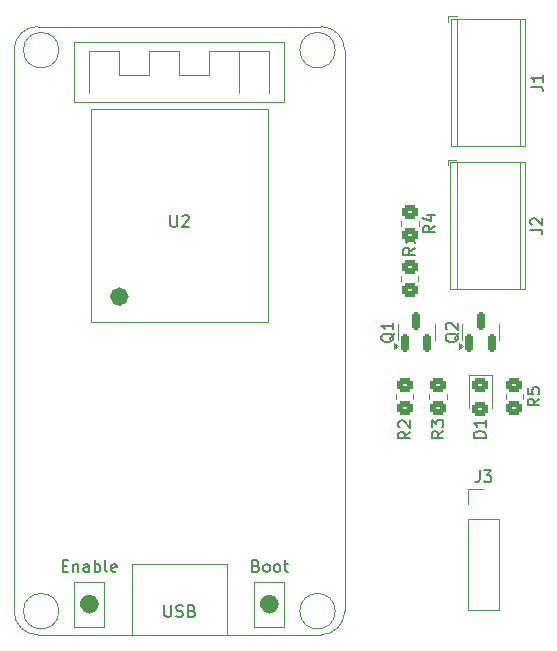
<source format=gto>
%TF.GenerationSoftware,KiCad,Pcbnew,7.0.11-7.0.11~ubuntu22.04.1*%
%TF.CreationDate,2024-03-24T21:47:42+11:00*%
%TF.ProjectId,esp32_pwm_fan,65737033-325f-4707-976d-5f66616e2e6b,rev?*%
%TF.SameCoordinates,Original*%
%TF.FileFunction,Legend,Top*%
%TF.FilePolarity,Positive*%
%FSLAX46Y46*%
G04 Gerber Fmt 4.6, Leading zero omitted, Abs format (unit mm)*
G04 Created by KiCad (PCBNEW 7.0.11-7.0.11~ubuntu22.04.1) date 2024-03-24 21:47:42*
%MOMM*%
%LPD*%
G01*
G04 APERTURE LIST*
G04 Aperture macros list*
%AMRoundRect*
0 Rectangle with rounded corners*
0 $1 Rounding radius*
0 $2 $3 $4 $5 $6 $7 $8 $9 X,Y pos of 4 corners*
0 Add a 4 corners polygon primitive as box body*
4,1,4,$2,$3,$4,$5,$6,$7,$8,$9,$2,$3,0*
0 Add four circle primitives for the rounded corners*
1,1,$1+$1,$2,$3*
1,1,$1+$1,$4,$5*
1,1,$1+$1,$6,$7*
1,1,$1+$1,$8,$9*
0 Add four rect primitives between the rounded corners*
20,1,$1+$1,$2,$3,$4,$5,0*
20,1,$1+$1,$4,$5,$6,$7,0*
20,1,$1+$1,$6,$7,$8,$9,0*
20,1,$1+$1,$8,$9,$2,$3,0*%
G04 Aperture macros list end*
%ADD10C,0.150000*%
%ADD11C,0.120000*%
%ADD12C,1.000000*%
%ADD13C,0.800000*%
%ADD14RoundRect,0.150000X0.150000X-0.587500X0.150000X0.587500X-0.150000X0.587500X-0.150000X-0.587500X0*%
%ADD15R,2.200000X2.200000*%
%ADD16C,2.200000*%
%ADD17R,1.524000X1.524000*%
%ADD18C,1.524000*%
%ADD19R,1.700000X1.700000*%
%ADD20O,1.700000X1.700000*%
%ADD21RoundRect,0.250000X-0.450000X0.350000X-0.450000X-0.350000X0.450000X-0.350000X0.450000X0.350000X0*%
%ADD22RoundRect,0.250000X0.450000X-0.350000X0.450000X0.350000X-0.450000X0.350000X-0.450000X-0.350000X0*%
%ADD23RoundRect,0.250000X-0.450000X0.325000X-0.450000X-0.325000X0.450000X-0.325000X0.450000X0.325000X0*%
G04 APERTURE END LIST*
D10*
X113675057Y-74957738D02*
X113627438Y-75052976D01*
X113627438Y-75052976D02*
X113532200Y-75148214D01*
X113532200Y-75148214D02*
X113389342Y-75291071D01*
X113389342Y-75291071D02*
X113341723Y-75386309D01*
X113341723Y-75386309D02*
X113341723Y-75481547D01*
X113579819Y-75433928D02*
X113532200Y-75529166D01*
X113532200Y-75529166D02*
X113436961Y-75624404D01*
X113436961Y-75624404D02*
X113246485Y-75672023D01*
X113246485Y-75672023D02*
X112913152Y-75672023D01*
X112913152Y-75672023D02*
X112722676Y-75624404D01*
X112722676Y-75624404D02*
X112627438Y-75529166D01*
X112627438Y-75529166D02*
X112579819Y-75433928D01*
X112579819Y-75433928D02*
X112579819Y-75243452D01*
X112579819Y-75243452D02*
X112627438Y-75148214D01*
X112627438Y-75148214D02*
X112722676Y-75052976D01*
X112722676Y-75052976D02*
X112913152Y-75005357D01*
X112913152Y-75005357D02*
X113246485Y-75005357D01*
X113246485Y-75005357D02*
X113436961Y-75052976D01*
X113436961Y-75052976D02*
X113532200Y-75148214D01*
X113532200Y-75148214D02*
X113579819Y-75243452D01*
X113579819Y-75243452D02*
X113579819Y-75433928D01*
X112675057Y-74624404D02*
X112627438Y-74576785D01*
X112627438Y-74576785D02*
X112579819Y-74481547D01*
X112579819Y-74481547D02*
X112579819Y-74243452D01*
X112579819Y-74243452D02*
X112627438Y-74148214D01*
X112627438Y-74148214D02*
X112675057Y-74100595D01*
X112675057Y-74100595D02*
X112770295Y-74052976D01*
X112770295Y-74052976D02*
X112865533Y-74052976D01*
X112865533Y-74052976D02*
X113008390Y-74100595D01*
X113008390Y-74100595D02*
X113579819Y-74672023D01*
X113579819Y-74672023D02*
X113579819Y-74052976D01*
X119784819Y-54073333D02*
X120499104Y-54073333D01*
X120499104Y-54073333D02*
X120641961Y-54120952D01*
X120641961Y-54120952D02*
X120737200Y-54216190D01*
X120737200Y-54216190D02*
X120784819Y-54359047D01*
X120784819Y-54359047D02*
X120784819Y-54454285D01*
X120784819Y-53073333D02*
X120784819Y-53644761D01*
X120784819Y-53359047D02*
X119784819Y-53359047D01*
X119784819Y-53359047D02*
X119927676Y-53454285D01*
X119927676Y-53454285D02*
X120022914Y-53549523D01*
X120022914Y-53549523D02*
X120070533Y-53644761D01*
X89263095Y-64949819D02*
X89263095Y-65759342D01*
X89263095Y-65759342D02*
X89310714Y-65854580D01*
X89310714Y-65854580D02*
X89358333Y-65902200D01*
X89358333Y-65902200D02*
X89453571Y-65949819D01*
X89453571Y-65949819D02*
X89644047Y-65949819D01*
X89644047Y-65949819D02*
X89739285Y-65902200D01*
X89739285Y-65902200D02*
X89786904Y-65854580D01*
X89786904Y-65854580D02*
X89834523Y-65759342D01*
X89834523Y-65759342D02*
X89834523Y-64949819D01*
X90263095Y-65045057D02*
X90310714Y-64997438D01*
X90310714Y-64997438D02*
X90405952Y-64949819D01*
X90405952Y-64949819D02*
X90644047Y-64949819D01*
X90644047Y-64949819D02*
X90739285Y-64997438D01*
X90739285Y-64997438D02*
X90786904Y-65045057D01*
X90786904Y-65045057D02*
X90834523Y-65140295D01*
X90834523Y-65140295D02*
X90834523Y-65235533D01*
X90834523Y-65235533D02*
X90786904Y-65378390D01*
X90786904Y-65378390D02*
X90215476Y-65949819D01*
X90215476Y-65949819D02*
X90834523Y-65949819D01*
X88763095Y-97969819D02*
X88763095Y-98779342D01*
X88763095Y-98779342D02*
X88810714Y-98874580D01*
X88810714Y-98874580D02*
X88858333Y-98922200D01*
X88858333Y-98922200D02*
X88953571Y-98969819D01*
X88953571Y-98969819D02*
X89144047Y-98969819D01*
X89144047Y-98969819D02*
X89239285Y-98922200D01*
X89239285Y-98922200D02*
X89286904Y-98874580D01*
X89286904Y-98874580D02*
X89334523Y-98779342D01*
X89334523Y-98779342D02*
X89334523Y-97969819D01*
X89763095Y-98922200D02*
X89905952Y-98969819D01*
X89905952Y-98969819D02*
X90144047Y-98969819D01*
X90144047Y-98969819D02*
X90239285Y-98922200D01*
X90239285Y-98922200D02*
X90286904Y-98874580D01*
X90286904Y-98874580D02*
X90334523Y-98779342D01*
X90334523Y-98779342D02*
X90334523Y-98684104D01*
X90334523Y-98684104D02*
X90286904Y-98588866D01*
X90286904Y-98588866D02*
X90239285Y-98541247D01*
X90239285Y-98541247D02*
X90144047Y-98493628D01*
X90144047Y-98493628D02*
X89953571Y-98446009D01*
X89953571Y-98446009D02*
X89858333Y-98398390D01*
X89858333Y-98398390D02*
X89810714Y-98350771D01*
X89810714Y-98350771D02*
X89763095Y-98255533D01*
X89763095Y-98255533D02*
X89763095Y-98160295D01*
X89763095Y-98160295D02*
X89810714Y-98065057D01*
X89810714Y-98065057D02*
X89858333Y-98017438D01*
X89858333Y-98017438D02*
X89953571Y-97969819D01*
X89953571Y-97969819D02*
X90191666Y-97969819D01*
X90191666Y-97969819D02*
X90334523Y-98017438D01*
X91096428Y-98446009D02*
X91239285Y-98493628D01*
X91239285Y-98493628D02*
X91286904Y-98541247D01*
X91286904Y-98541247D02*
X91334523Y-98636485D01*
X91334523Y-98636485D02*
X91334523Y-98779342D01*
X91334523Y-98779342D02*
X91286904Y-98874580D01*
X91286904Y-98874580D02*
X91239285Y-98922200D01*
X91239285Y-98922200D02*
X91144047Y-98969819D01*
X91144047Y-98969819D02*
X90763095Y-98969819D01*
X90763095Y-98969819D02*
X90763095Y-97969819D01*
X90763095Y-97969819D02*
X91096428Y-97969819D01*
X91096428Y-97969819D02*
X91191666Y-98017438D01*
X91191666Y-98017438D02*
X91239285Y-98065057D01*
X91239285Y-98065057D02*
X91286904Y-98160295D01*
X91286904Y-98160295D02*
X91286904Y-98255533D01*
X91286904Y-98255533D02*
X91239285Y-98350771D01*
X91239285Y-98350771D02*
X91191666Y-98398390D01*
X91191666Y-98398390D02*
X91096428Y-98446009D01*
X91096428Y-98446009D02*
X90763095Y-98446009D01*
X80143095Y-94636009D02*
X80476428Y-94636009D01*
X80619285Y-95159819D02*
X80143095Y-95159819D01*
X80143095Y-95159819D02*
X80143095Y-94159819D01*
X80143095Y-94159819D02*
X80619285Y-94159819D01*
X81047857Y-94493152D02*
X81047857Y-95159819D01*
X81047857Y-94588390D02*
X81095476Y-94540771D01*
X81095476Y-94540771D02*
X81190714Y-94493152D01*
X81190714Y-94493152D02*
X81333571Y-94493152D01*
X81333571Y-94493152D02*
X81428809Y-94540771D01*
X81428809Y-94540771D02*
X81476428Y-94636009D01*
X81476428Y-94636009D02*
X81476428Y-95159819D01*
X82381190Y-95159819D02*
X82381190Y-94636009D01*
X82381190Y-94636009D02*
X82333571Y-94540771D01*
X82333571Y-94540771D02*
X82238333Y-94493152D01*
X82238333Y-94493152D02*
X82047857Y-94493152D01*
X82047857Y-94493152D02*
X81952619Y-94540771D01*
X82381190Y-95112200D02*
X82285952Y-95159819D01*
X82285952Y-95159819D02*
X82047857Y-95159819D01*
X82047857Y-95159819D02*
X81952619Y-95112200D01*
X81952619Y-95112200D02*
X81905000Y-95016961D01*
X81905000Y-95016961D02*
X81905000Y-94921723D01*
X81905000Y-94921723D02*
X81952619Y-94826485D01*
X81952619Y-94826485D02*
X82047857Y-94778866D01*
X82047857Y-94778866D02*
X82285952Y-94778866D01*
X82285952Y-94778866D02*
X82381190Y-94731247D01*
X82857381Y-95159819D02*
X82857381Y-94159819D01*
X82857381Y-94540771D02*
X82952619Y-94493152D01*
X82952619Y-94493152D02*
X83143095Y-94493152D01*
X83143095Y-94493152D02*
X83238333Y-94540771D01*
X83238333Y-94540771D02*
X83285952Y-94588390D01*
X83285952Y-94588390D02*
X83333571Y-94683628D01*
X83333571Y-94683628D02*
X83333571Y-94969342D01*
X83333571Y-94969342D02*
X83285952Y-95064580D01*
X83285952Y-95064580D02*
X83238333Y-95112200D01*
X83238333Y-95112200D02*
X83143095Y-95159819D01*
X83143095Y-95159819D02*
X82952619Y-95159819D01*
X82952619Y-95159819D02*
X82857381Y-95112200D01*
X83905000Y-95159819D02*
X83809762Y-95112200D01*
X83809762Y-95112200D02*
X83762143Y-95016961D01*
X83762143Y-95016961D02*
X83762143Y-94159819D01*
X84666905Y-95112200D02*
X84571667Y-95159819D01*
X84571667Y-95159819D02*
X84381191Y-95159819D01*
X84381191Y-95159819D02*
X84285953Y-95112200D01*
X84285953Y-95112200D02*
X84238334Y-95016961D01*
X84238334Y-95016961D02*
X84238334Y-94636009D01*
X84238334Y-94636009D02*
X84285953Y-94540771D01*
X84285953Y-94540771D02*
X84381191Y-94493152D01*
X84381191Y-94493152D02*
X84571667Y-94493152D01*
X84571667Y-94493152D02*
X84666905Y-94540771D01*
X84666905Y-94540771D02*
X84714524Y-94636009D01*
X84714524Y-94636009D02*
X84714524Y-94731247D01*
X84714524Y-94731247D02*
X84238334Y-94826485D01*
X96525952Y-94636009D02*
X96668809Y-94683628D01*
X96668809Y-94683628D02*
X96716428Y-94731247D01*
X96716428Y-94731247D02*
X96764047Y-94826485D01*
X96764047Y-94826485D02*
X96764047Y-94969342D01*
X96764047Y-94969342D02*
X96716428Y-95064580D01*
X96716428Y-95064580D02*
X96668809Y-95112200D01*
X96668809Y-95112200D02*
X96573571Y-95159819D01*
X96573571Y-95159819D02*
X96192619Y-95159819D01*
X96192619Y-95159819D02*
X96192619Y-94159819D01*
X96192619Y-94159819D02*
X96525952Y-94159819D01*
X96525952Y-94159819D02*
X96621190Y-94207438D01*
X96621190Y-94207438D02*
X96668809Y-94255057D01*
X96668809Y-94255057D02*
X96716428Y-94350295D01*
X96716428Y-94350295D02*
X96716428Y-94445533D01*
X96716428Y-94445533D02*
X96668809Y-94540771D01*
X96668809Y-94540771D02*
X96621190Y-94588390D01*
X96621190Y-94588390D02*
X96525952Y-94636009D01*
X96525952Y-94636009D02*
X96192619Y-94636009D01*
X97335476Y-95159819D02*
X97240238Y-95112200D01*
X97240238Y-95112200D02*
X97192619Y-95064580D01*
X97192619Y-95064580D02*
X97145000Y-94969342D01*
X97145000Y-94969342D02*
X97145000Y-94683628D01*
X97145000Y-94683628D02*
X97192619Y-94588390D01*
X97192619Y-94588390D02*
X97240238Y-94540771D01*
X97240238Y-94540771D02*
X97335476Y-94493152D01*
X97335476Y-94493152D02*
X97478333Y-94493152D01*
X97478333Y-94493152D02*
X97573571Y-94540771D01*
X97573571Y-94540771D02*
X97621190Y-94588390D01*
X97621190Y-94588390D02*
X97668809Y-94683628D01*
X97668809Y-94683628D02*
X97668809Y-94969342D01*
X97668809Y-94969342D02*
X97621190Y-95064580D01*
X97621190Y-95064580D02*
X97573571Y-95112200D01*
X97573571Y-95112200D02*
X97478333Y-95159819D01*
X97478333Y-95159819D02*
X97335476Y-95159819D01*
X98240238Y-95159819D02*
X98145000Y-95112200D01*
X98145000Y-95112200D02*
X98097381Y-95064580D01*
X98097381Y-95064580D02*
X98049762Y-94969342D01*
X98049762Y-94969342D02*
X98049762Y-94683628D01*
X98049762Y-94683628D02*
X98097381Y-94588390D01*
X98097381Y-94588390D02*
X98145000Y-94540771D01*
X98145000Y-94540771D02*
X98240238Y-94493152D01*
X98240238Y-94493152D02*
X98383095Y-94493152D01*
X98383095Y-94493152D02*
X98478333Y-94540771D01*
X98478333Y-94540771D02*
X98525952Y-94588390D01*
X98525952Y-94588390D02*
X98573571Y-94683628D01*
X98573571Y-94683628D02*
X98573571Y-94969342D01*
X98573571Y-94969342D02*
X98525952Y-95064580D01*
X98525952Y-95064580D02*
X98478333Y-95112200D01*
X98478333Y-95112200D02*
X98383095Y-95159819D01*
X98383095Y-95159819D02*
X98240238Y-95159819D01*
X98859286Y-94493152D02*
X99240238Y-94493152D01*
X99002143Y-94159819D02*
X99002143Y-95016961D01*
X99002143Y-95016961D02*
X99049762Y-95112200D01*
X99049762Y-95112200D02*
X99145000Y-95159819D01*
X99145000Y-95159819D02*
X99240238Y-95159819D01*
X115441666Y-86574819D02*
X115441666Y-87289104D01*
X115441666Y-87289104D02*
X115394047Y-87431961D01*
X115394047Y-87431961D02*
X115298809Y-87527200D01*
X115298809Y-87527200D02*
X115155952Y-87574819D01*
X115155952Y-87574819D02*
X115060714Y-87574819D01*
X115822619Y-86574819D02*
X116441666Y-86574819D01*
X116441666Y-86574819D02*
X116108333Y-86955771D01*
X116108333Y-86955771D02*
X116251190Y-86955771D01*
X116251190Y-86955771D02*
X116346428Y-87003390D01*
X116346428Y-87003390D02*
X116394047Y-87051009D01*
X116394047Y-87051009D02*
X116441666Y-87146247D01*
X116441666Y-87146247D02*
X116441666Y-87384342D01*
X116441666Y-87384342D02*
X116394047Y-87479580D01*
X116394047Y-87479580D02*
X116346428Y-87527200D01*
X116346428Y-87527200D02*
X116251190Y-87574819D01*
X116251190Y-87574819D02*
X115965476Y-87574819D01*
X115965476Y-87574819D02*
X115870238Y-87527200D01*
X115870238Y-87527200D02*
X115822619Y-87479580D01*
X120504819Y-80491666D02*
X120028628Y-80824999D01*
X120504819Y-81063094D02*
X119504819Y-81063094D01*
X119504819Y-81063094D02*
X119504819Y-80682142D01*
X119504819Y-80682142D02*
X119552438Y-80586904D01*
X119552438Y-80586904D02*
X119600057Y-80539285D01*
X119600057Y-80539285D02*
X119695295Y-80491666D01*
X119695295Y-80491666D02*
X119838152Y-80491666D01*
X119838152Y-80491666D02*
X119933390Y-80539285D01*
X119933390Y-80539285D02*
X119981009Y-80586904D01*
X119981009Y-80586904D02*
X120028628Y-80682142D01*
X120028628Y-80682142D02*
X120028628Y-81063094D01*
X119504819Y-79586904D02*
X119504819Y-80063094D01*
X119504819Y-80063094D02*
X119981009Y-80110713D01*
X119981009Y-80110713D02*
X119933390Y-80063094D01*
X119933390Y-80063094D02*
X119885771Y-79967856D01*
X119885771Y-79967856D02*
X119885771Y-79729761D01*
X119885771Y-79729761D02*
X119933390Y-79634523D01*
X119933390Y-79634523D02*
X119981009Y-79586904D01*
X119981009Y-79586904D02*
X120076247Y-79539285D01*
X120076247Y-79539285D02*
X120314342Y-79539285D01*
X120314342Y-79539285D02*
X120409580Y-79586904D01*
X120409580Y-79586904D02*
X120457200Y-79634523D01*
X120457200Y-79634523D02*
X120504819Y-79729761D01*
X120504819Y-79729761D02*
X120504819Y-79967856D01*
X120504819Y-79967856D02*
X120457200Y-80063094D01*
X120457200Y-80063094D02*
X120409580Y-80110713D01*
X109579819Y-83291666D02*
X109103628Y-83624999D01*
X109579819Y-83863094D02*
X108579819Y-83863094D01*
X108579819Y-83863094D02*
X108579819Y-83482142D01*
X108579819Y-83482142D02*
X108627438Y-83386904D01*
X108627438Y-83386904D02*
X108675057Y-83339285D01*
X108675057Y-83339285D02*
X108770295Y-83291666D01*
X108770295Y-83291666D02*
X108913152Y-83291666D01*
X108913152Y-83291666D02*
X109008390Y-83339285D01*
X109008390Y-83339285D02*
X109056009Y-83386904D01*
X109056009Y-83386904D02*
X109103628Y-83482142D01*
X109103628Y-83482142D02*
X109103628Y-83863094D01*
X108675057Y-82910713D02*
X108627438Y-82863094D01*
X108627438Y-82863094D02*
X108579819Y-82767856D01*
X108579819Y-82767856D02*
X108579819Y-82529761D01*
X108579819Y-82529761D02*
X108627438Y-82434523D01*
X108627438Y-82434523D02*
X108675057Y-82386904D01*
X108675057Y-82386904D02*
X108770295Y-82339285D01*
X108770295Y-82339285D02*
X108865533Y-82339285D01*
X108865533Y-82339285D02*
X109008390Y-82386904D01*
X109008390Y-82386904D02*
X109579819Y-82958332D01*
X109579819Y-82958332D02*
X109579819Y-82339285D01*
X109979819Y-67716666D02*
X109503628Y-68049999D01*
X109979819Y-68288094D02*
X108979819Y-68288094D01*
X108979819Y-68288094D02*
X108979819Y-67907142D01*
X108979819Y-67907142D02*
X109027438Y-67811904D01*
X109027438Y-67811904D02*
X109075057Y-67764285D01*
X109075057Y-67764285D02*
X109170295Y-67716666D01*
X109170295Y-67716666D02*
X109313152Y-67716666D01*
X109313152Y-67716666D02*
X109408390Y-67764285D01*
X109408390Y-67764285D02*
X109456009Y-67811904D01*
X109456009Y-67811904D02*
X109503628Y-67907142D01*
X109503628Y-67907142D02*
X109503628Y-68288094D01*
X109979819Y-66764285D02*
X109979819Y-67335713D01*
X109979819Y-67049999D02*
X108979819Y-67049999D01*
X108979819Y-67049999D02*
X109122676Y-67145237D01*
X109122676Y-67145237D02*
X109217914Y-67240475D01*
X109217914Y-67240475D02*
X109265533Y-67335713D01*
X108225057Y-74957738D02*
X108177438Y-75052976D01*
X108177438Y-75052976D02*
X108082200Y-75148214D01*
X108082200Y-75148214D02*
X107939342Y-75291071D01*
X107939342Y-75291071D02*
X107891723Y-75386309D01*
X107891723Y-75386309D02*
X107891723Y-75481547D01*
X108129819Y-75433928D02*
X108082200Y-75529166D01*
X108082200Y-75529166D02*
X107986961Y-75624404D01*
X107986961Y-75624404D02*
X107796485Y-75672023D01*
X107796485Y-75672023D02*
X107463152Y-75672023D01*
X107463152Y-75672023D02*
X107272676Y-75624404D01*
X107272676Y-75624404D02*
X107177438Y-75529166D01*
X107177438Y-75529166D02*
X107129819Y-75433928D01*
X107129819Y-75433928D02*
X107129819Y-75243452D01*
X107129819Y-75243452D02*
X107177438Y-75148214D01*
X107177438Y-75148214D02*
X107272676Y-75052976D01*
X107272676Y-75052976D02*
X107463152Y-75005357D01*
X107463152Y-75005357D02*
X107796485Y-75005357D01*
X107796485Y-75005357D02*
X107986961Y-75052976D01*
X107986961Y-75052976D02*
X108082200Y-75148214D01*
X108082200Y-75148214D02*
X108129819Y-75243452D01*
X108129819Y-75243452D02*
X108129819Y-75433928D01*
X108129819Y-74052976D02*
X108129819Y-74624404D01*
X108129819Y-74338690D02*
X107129819Y-74338690D01*
X107129819Y-74338690D02*
X107272676Y-74433928D01*
X107272676Y-74433928D02*
X107367914Y-74529166D01*
X107367914Y-74529166D02*
X107415533Y-74624404D01*
X119754819Y-66193333D02*
X120469104Y-66193333D01*
X120469104Y-66193333D02*
X120611961Y-66240952D01*
X120611961Y-66240952D02*
X120707200Y-66336190D01*
X120707200Y-66336190D02*
X120754819Y-66479047D01*
X120754819Y-66479047D02*
X120754819Y-66574285D01*
X119850057Y-65764761D02*
X119802438Y-65717142D01*
X119802438Y-65717142D02*
X119754819Y-65621904D01*
X119754819Y-65621904D02*
X119754819Y-65383809D01*
X119754819Y-65383809D02*
X119802438Y-65288571D01*
X119802438Y-65288571D02*
X119850057Y-65240952D01*
X119850057Y-65240952D02*
X119945295Y-65193333D01*
X119945295Y-65193333D02*
X120040533Y-65193333D01*
X120040533Y-65193333D02*
X120183390Y-65240952D01*
X120183390Y-65240952D02*
X120754819Y-65812380D01*
X120754819Y-65812380D02*
X120754819Y-65193333D01*
X111654819Y-65841666D02*
X111178628Y-66174999D01*
X111654819Y-66413094D02*
X110654819Y-66413094D01*
X110654819Y-66413094D02*
X110654819Y-66032142D01*
X110654819Y-66032142D02*
X110702438Y-65936904D01*
X110702438Y-65936904D02*
X110750057Y-65889285D01*
X110750057Y-65889285D02*
X110845295Y-65841666D01*
X110845295Y-65841666D02*
X110988152Y-65841666D01*
X110988152Y-65841666D02*
X111083390Y-65889285D01*
X111083390Y-65889285D02*
X111131009Y-65936904D01*
X111131009Y-65936904D02*
X111178628Y-66032142D01*
X111178628Y-66032142D02*
X111178628Y-66413094D01*
X110988152Y-64984523D02*
X111654819Y-64984523D01*
X110607200Y-65222618D02*
X111321485Y-65460713D01*
X111321485Y-65460713D02*
X111321485Y-64841666D01*
X115954819Y-83813094D02*
X114954819Y-83813094D01*
X114954819Y-83813094D02*
X114954819Y-83574999D01*
X114954819Y-83574999D02*
X115002438Y-83432142D01*
X115002438Y-83432142D02*
X115097676Y-83336904D01*
X115097676Y-83336904D02*
X115192914Y-83289285D01*
X115192914Y-83289285D02*
X115383390Y-83241666D01*
X115383390Y-83241666D02*
X115526247Y-83241666D01*
X115526247Y-83241666D02*
X115716723Y-83289285D01*
X115716723Y-83289285D02*
X115811961Y-83336904D01*
X115811961Y-83336904D02*
X115907200Y-83432142D01*
X115907200Y-83432142D02*
X115954819Y-83574999D01*
X115954819Y-83574999D02*
X115954819Y-83813094D01*
X115954819Y-82289285D02*
X115954819Y-82860713D01*
X115954819Y-82574999D02*
X114954819Y-82574999D01*
X114954819Y-82574999D02*
X115097676Y-82670237D01*
X115097676Y-82670237D02*
X115192914Y-82765475D01*
X115192914Y-82765475D02*
X115240533Y-82860713D01*
X112379819Y-83241666D02*
X111903628Y-83574999D01*
X112379819Y-83813094D02*
X111379819Y-83813094D01*
X111379819Y-83813094D02*
X111379819Y-83432142D01*
X111379819Y-83432142D02*
X111427438Y-83336904D01*
X111427438Y-83336904D02*
X111475057Y-83289285D01*
X111475057Y-83289285D02*
X111570295Y-83241666D01*
X111570295Y-83241666D02*
X111713152Y-83241666D01*
X111713152Y-83241666D02*
X111808390Y-83289285D01*
X111808390Y-83289285D02*
X111856009Y-83336904D01*
X111856009Y-83336904D02*
X111903628Y-83432142D01*
X111903628Y-83432142D02*
X111903628Y-83813094D01*
X111379819Y-82908332D02*
X111379819Y-82289285D01*
X111379819Y-82289285D02*
X111760771Y-82622618D01*
X111760771Y-82622618D02*
X111760771Y-82479761D01*
X111760771Y-82479761D02*
X111808390Y-82384523D01*
X111808390Y-82384523D02*
X111856009Y-82336904D01*
X111856009Y-82336904D02*
X111951247Y-82289285D01*
X111951247Y-82289285D02*
X112189342Y-82289285D01*
X112189342Y-82289285D02*
X112284580Y-82336904D01*
X112284580Y-82336904D02*
X112332200Y-82384523D01*
X112332200Y-82384523D02*
X112379819Y-82479761D01*
X112379819Y-82479761D02*
X112379819Y-82765475D01*
X112379819Y-82765475D02*
X112332200Y-82860713D01*
X112332200Y-82860713D02*
X112284580Y-82908332D01*
D11*
%TO.C,Q2*%
X113965000Y-74862500D02*
X113965000Y-75512500D01*
X113965000Y-74862500D02*
X113965000Y-74212500D01*
X117085000Y-74862500D02*
X117085000Y-75512500D01*
X117085000Y-74862500D02*
X117085000Y-74212500D01*
X114015000Y-76025000D02*
X113685000Y-76265000D01*
X113685000Y-75785000D01*
X114015000Y-76025000D01*
G36*
X114015000Y-76025000D02*
G01*
X113685000Y-76265000D01*
X113685000Y-75785000D01*
X114015000Y-76025000D01*
G37*
%TO.C,J1*%
X113510000Y-48130000D02*
X112770000Y-48130000D01*
X112770000Y-48130000D02*
X112770000Y-48630000D01*
X119330000Y-48370000D02*
X113010000Y-48370000D01*
X119330000Y-48370000D02*
X119330000Y-59110000D01*
X118870000Y-48370000D02*
X118870000Y-59110000D01*
X113570000Y-48370000D02*
X113570000Y-59110000D01*
X113010000Y-48370000D02*
X113010000Y-59110000D01*
X119330000Y-59110000D02*
X113010000Y-59110000D01*
%TO.C,U2*%
X76025000Y-50985000D02*
X76025000Y-98485000D01*
X78025000Y-48985000D02*
X102025000Y-48985000D01*
X78025000Y-100485000D02*
X102025000Y-100485000D01*
X81135000Y-50255000D02*
X98915000Y-50255000D01*
X81135000Y-55335000D02*
X81135000Y-50255000D01*
X81135000Y-95975000D02*
X83675000Y-95975000D01*
X81135000Y-99785000D02*
X81135000Y-95975000D01*
X82405000Y-51017000D02*
X84945000Y-51017000D01*
X82405000Y-54573000D02*
X82405000Y-51017000D01*
X82525000Y-55985000D02*
X97525000Y-55985000D01*
X82525000Y-73985000D02*
X82525000Y-55985000D01*
X83675000Y-95975000D02*
X83675000Y-99785000D01*
X83675000Y-99785000D02*
X81135000Y-99785000D01*
X84945000Y-51017000D02*
X84945000Y-53049000D01*
X84945000Y-53049000D02*
X87485000Y-53049000D01*
X86025000Y-94485000D02*
X86025000Y-100485000D01*
X86025000Y-94485000D02*
X94025000Y-94485000D01*
X87485000Y-51017000D02*
X90025000Y-51017000D01*
X87485000Y-53049000D02*
X87485000Y-51017000D01*
X90025000Y-51017000D02*
X90025000Y-53049000D01*
X90025000Y-53049000D02*
X92565000Y-53049000D01*
X92565000Y-51017000D02*
X97645000Y-51017000D01*
X92565000Y-53049000D02*
X92565000Y-51017000D01*
X94025000Y-94485000D02*
X94025000Y-100485000D01*
X95105000Y-51017000D02*
X95105000Y-54573000D01*
X96375000Y-95975000D02*
X98915000Y-95975000D01*
X96375000Y-99785000D02*
X96375000Y-95975000D01*
X97525000Y-55985000D02*
X97525000Y-73985000D01*
X97525000Y-73985000D02*
X82525000Y-73985000D01*
X97645000Y-51017000D02*
X97645000Y-54573000D01*
X98915000Y-50255000D02*
X98915000Y-55335000D01*
X98915000Y-55335000D02*
X81135000Y-55335000D01*
X98915000Y-95975000D02*
X98915000Y-99785000D01*
X98915000Y-99785000D02*
X96375000Y-99785000D01*
X104025000Y-98485000D02*
X104025000Y-50985000D01*
X78025000Y-48985000D02*
G75*
G03*
X76025000Y-50985000I-1J-1999999D01*
G01*
X76025000Y-98485000D02*
G75*
G03*
X78025000Y-100485000I1999999J-1D01*
G01*
X104025000Y-50985000D02*
G75*
G03*
X102025000Y-48985000I-2000000J0D01*
G01*
X102025000Y-100485000D02*
G75*
G03*
X104025000Y-98485000I0J2000000D01*
G01*
X79825000Y-50985000D02*
G75*
G03*
X76825000Y-50985000I-1500000J0D01*
G01*
X76825000Y-50985000D02*
G75*
G03*
X79825000Y-50985000I1500000J0D01*
G01*
X79825000Y-98485000D02*
G75*
G03*
X76825000Y-98485000I-1500000J0D01*
G01*
X76825000Y-98485000D02*
G75*
G03*
X79825000Y-98485000I1500000J0D01*
G01*
D12*
X82705000Y-97880000D02*
G75*
G03*
X82105000Y-97880000I-300000J0D01*
G01*
X82105000Y-97880000D02*
G75*
G03*
X82705000Y-97880000I300000J0D01*
G01*
D13*
X85345000Y-71845000D02*
G75*
G03*
X84545000Y-71845000I-400000J0D01*
G01*
X84545000Y-71845000D02*
G75*
G03*
X85345000Y-71845000I400000J0D01*
G01*
D12*
X97945000Y-97880000D02*
G75*
G03*
X97345000Y-97880000I-300000J0D01*
G01*
X97345000Y-97880000D02*
G75*
G03*
X97945000Y-97880000I300000J0D01*
G01*
D11*
X103225000Y-50985000D02*
G75*
G03*
X100225000Y-50985000I-1500000J0D01*
G01*
X100225000Y-50985000D02*
G75*
G03*
X103225000Y-50985000I1500000J0D01*
G01*
X103225000Y-98485000D02*
G75*
G03*
X100225000Y-98485000I-1500000J0D01*
G01*
X100225000Y-98485000D02*
G75*
G03*
X103225000Y-98485000I1500000J0D01*
G01*
%TO.C,J3*%
X114445000Y-88120000D02*
X115775000Y-88120000D01*
X114445000Y-89450000D02*
X114445000Y-88120000D01*
X114445000Y-90720000D02*
X114445000Y-98400000D01*
X114445000Y-90720000D02*
X117105000Y-90720000D01*
X114445000Y-98400000D02*
X117105000Y-98400000D01*
X117105000Y-90720000D02*
X117105000Y-98400000D01*
%TO.C,R5*%
X119135000Y-80097936D02*
X119135000Y-80552064D01*
X117665000Y-80097936D02*
X117665000Y-80552064D01*
%TO.C,R2*%
X108365000Y-80552064D02*
X108365000Y-80097936D01*
X109835000Y-80552064D02*
X109835000Y-80097936D01*
%TO.C,R1*%
X110260000Y-70097936D02*
X110260000Y-70552064D01*
X108790000Y-70097936D02*
X108790000Y-70552064D01*
%TO.C,Q1*%
X108515000Y-74862500D02*
X108515000Y-75512500D01*
X108515000Y-74862500D02*
X108515000Y-74212500D01*
X111635000Y-74862500D02*
X111635000Y-75512500D01*
X111635000Y-74862500D02*
X111635000Y-74212500D01*
X108565000Y-76025000D02*
X108235000Y-76265000D01*
X108235000Y-75785000D01*
X108565000Y-76025000D01*
G36*
X108565000Y-76025000D02*
G01*
X108235000Y-76265000D01*
X108235000Y-75785000D01*
X108565000Y-76025000D01*
G37*
%TO.C,J2*%
X113480000Y-60250000D02*
X112740000Y-60250000D01*
X112740000Y-60250000D02*
X112740000Y-60750000D01*
X119300000Y-60490000D02*
X112980000Y-60490000D01*
X119300000Y-60490000D02*
X119300000Y-71230000D01*
X118840000Y-60490000D02*
X118840000Y-71230000D01*
X113540000Y-60490000D02*
X113540000Y-71230000D01*
X112980000Y-60490000D02*
X112980000Y-71230000D01*
X119300000Y-71230000D02*
X112980000Y-71230000D01*
%TO.C,R4*%
X110285000Y-65447936D02*
X110285000Y-65902064D01*
X108815000Y-65447936D02*
X108815000Y-65902064D01*
%TO.C,D1*%
X116460000Y-78465000D02*
X114540000Y-78465000D01*
X114540000Y-78465000D02*
X114540000Y-81325000D01*
X116460000Y-81325000D02*
X116460000Y-78465000D01*
%TO.C,R3*%
X112660000Y-80072936D02*
X112660000Y-80527064D01*
X111190000Y-80072936D02*
X111190000Y-80527064D01*
%TD*%
%LPC*%
D14*
%TO.C,Q2*%
X114575000Y-75800000D03*
X116475000Y-75800000D03*
X115525000Y-73925000D03*
%TD*%
D15*
%TO.C,J1*%
X116170000Y-49930000D03*
D16*
X116170000Y-52470000D03*
X116170000Y-55010000D03*
X116170000Y-57550000D03*
%TD*%
D17*
%TO.C,U2*%
X77325000Y-55025000D03*
D18*
X77325000Y-57565000D03*
X77325000Y-60105000D03*
X77325000Y-62645000D03*
X77325000Y-65185000D03*
X77325000Y-67725000D03*
X77325000Y-70265000D03*
X77325000Y-72805000D03*
X77325000Y-75345000D03*
X77325000Y-77885000D03*
X77325000Y-80425000D03*
X77325000Y-82965000D03*
X77325000Y-85505000D03*
X77325000Y-88045000D03*
X77325000Y-90585000D03*
X102725000Y-90585000D03*
X102725000Y-88045000D03*
X102725000Y-85505000D03*
X102725000Y-82965000D03*
X102725000Y-80425000D03*
X102725000Y-77885000D03*
X102725000Y-75345000D03*
X102725000Y-72805000D03*
X102725000Y-70265000D03*
X102725000Y-67725000D03*
X102725000Y-65185000D03*
X102725000Y-62645000D03*
X102725000Y-60105000D03*
X102725000Y-57565000D03*
X102725000Y-55025000D03*
%TD*%
D19*
%TO.C,J3*%
X115775000Y-89450000D03*
D20*
X115775000Y-91990000D03*
X115775000Y-94530000D03*
X115775000Y-97070000D03*
%TD*%
D21*
%TO.C,R5*%
X118400000Y-79325000D03*
X118400000Y-81325000D03*
%TD*%
D22*
%TO.C,R2*%
X109100000Y-81325000D03*
X109100000Y-79325000D03*
%TD*%
D21*
%TO.C,R1*%
X109525000Y-69325000D03*
X109525000Y-71325000D03*
%TD*%
D14*
%TO.C,Q1*%
X109125000Y-75800000D03*
X111025000Y-75800000D03*
X110075000Y-73925000D03*
%TD*%
D15*
%TO.C,J2*%
X116140000Y-62050000D03*
D16*
X116140000Y-64590000D03*
X116140000Y-67130000D03*
X116140000Y-69670000D03*
%TD*%
D21*
%TO.C,R4*%
X109550000Y-64675000D03*
X109550000Y-66675000D03*
%TD*%
D23*
%TO.C,D1*%
X115500000Y-79300000D03*
X115500000Y-81350000D03*
%TD*%
D21*
%TO.C,R3*%
X111925000Y-79300000D03*
X111925000Y-81300000D03*
%TD*%
%LPD*%
M02*

</source>
